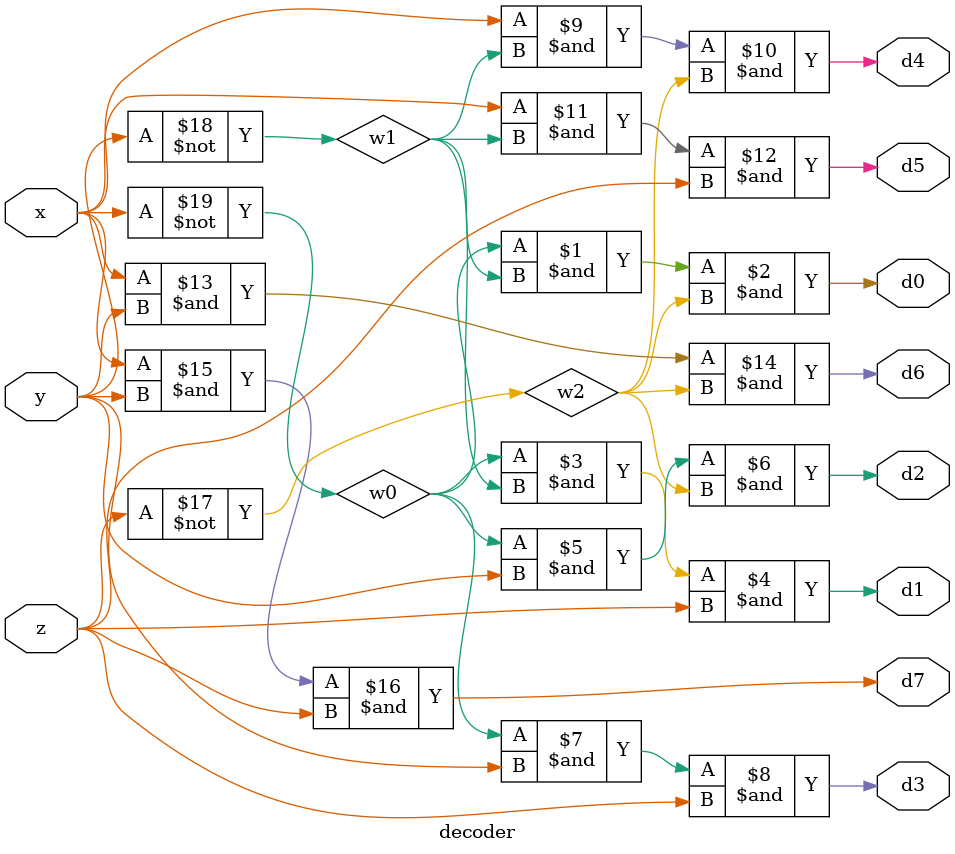
<source format=v>
module decoder(d0,d1,d2,d3,d4,d5,d6,d7,x,y,z);
	input x,y,z;
	output d0,d1,d2,d3,d4,d5,d6,d7;
	wire w0,w1,w2;

	not (w2,z);
	not (w1,y);
	not (w0,x);

	and(d0,w0,w1,w2);
	and(d1,w0,w1,z);
	and(d2,w0,y,w2);
	and(d3,w0,y,z);
	and(d4,x,w1,w2);
	and(d5,x,w1,z);
	and(d6,x,y,w2);
	and(d7,x,y,z);
endmodule
</source>
